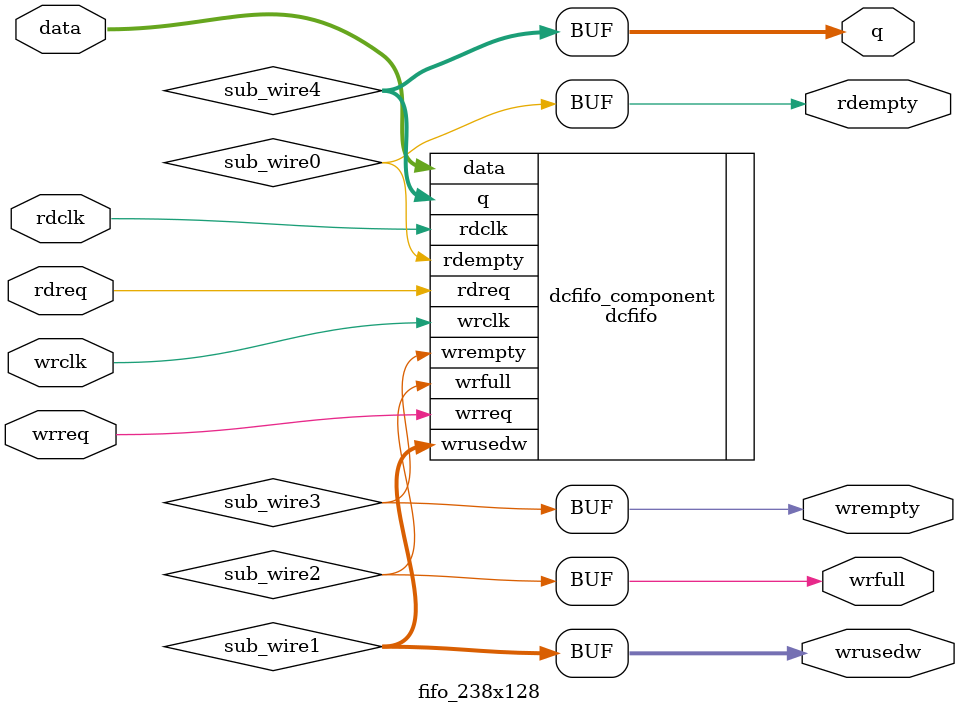
<source format=v>
module fifo_238x128 (
	data,
	rdclk,
	rdreq,
	wrclk,
	wrreq,
	q,
	rdempty,
	wrempty,
	wrfull,
	wrusedw);
	input	[237:0]  data;
	input	  rdclk;
	input	  rdreq;
	input	  wrclk;
	input	  wrreq;
	output	[237:0]  q;
	output	  rdempty;
	output	  wrempty;
	output	  wrfull;
	output	[6:0]  wrusedw;
	wire  sub_wire0;
	wire [6:0] sub_wire1;
	wire  sub_wire2;
	wire  sub_wire3;
	wire [237:0] sub_wire4;
	wire  rdempty = sub_wire0;
	wire [6:0] wrusedw = sub_wire1[6:0];
	wire  wrfull = sub_wire2;
	wire  wrempty = sub_wire3;
	wire [237:0] q = sub_wire4[237:0];
	dcfifo	dcfifo_component (
				.wrclk (wrclk),
				.rdreq (rdreq),
				.rdclk (rdclk),
				.wrreq (wrreq),
				.data (data),
				.rdempty (sub_wire0),
				.wrusedw (sub_wire1),
				.wrfull (sub_wire2),
				.wrempty (sub_wire3),
				.q (sub_wire4)
				// synopsys translate_off
				,
				.aclr (),
				.rdfull (),
				.rdusedw ()
				// synopsys translate_on
				);
	defparam
		dcfifo_component.intended_device_family = "Cyclone II",
		dcfifo_component.lpm_hint = "MAXIMIZE_SPEED=5,",
		dcfifo_component.lpm_numwords = 128,
		dcfifo_component.lpm_showahead = "OFF",
		dcfifo_component.lpm_type = "dcfifo",
		dcfifo_component.lpm_width = 238,
		dcfifo_component.lpm_widthu = 7,
		dcfifo_component.overflow_checking = "OFF",
		dcfifo_component.rdsync_delaypipe = 4,
		dcfifo_component.underflow_checking = "OFF",
		dcfifo_component.use_eab = "ON",
		dcfifo_component.wrsync_delaypipe = 4;
endmodule
</source>
